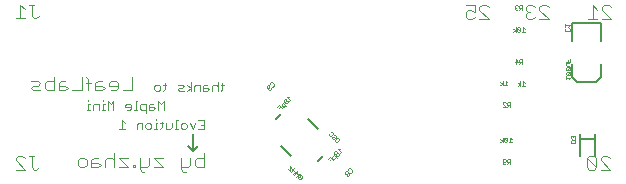
<source format=gbo>
G75*
G70*
%OFA0B0*%
%FSLAX24Y24*%
%IPPOS*%
%LPD*%
%AMOC8*
5,1,8,0,0,1.08239X$1,22.5*
%
%ADD10C,0.0040*%
%ADD11C,0.0030*%
%ADD12C,0.0080*%
%ADD13C,0.0010*%
D10*
X000566Y001401D02*
X000873Y001401D01*
X000566Y001708D01*
X000566Y001785D01*
X000643Y001862D01*
X000797Y001862D01*
X000873Y001785D01*
X001027Y001862D02*
X001180Y001862D01*
X001104Y001862D02*
X001104Y001478D01*
X001180Y001401D01*
X001257Y001401D01*
X001334Y001478D01*
X002634Y001558D02*
X002634Y001712D01*
X002711Y001788D01*
X002864Y001788D01*
X002941Y001712D01*
X002941Y001558D01*
X002864Y001481D01*
X002711Y001481D01*
X002634Y001558D01*
X003094Y001481D02*
X003324Y001481D01*
X003401Y001558D01*
X003324Y001635D01*
X003094Y001635D01*
X003094Y001712D02*
X003094Y001481D01*
X003094Y001712D02*
X003171Y001788D01*
X003324Y001788D01*
X003555Y001712D02*
X003555Y001481D01*
X003861Y001481D02*
X003861Y001942D01*
X003785Y001788D02*
X003631Y001788D01*
X003555Y001712D01*
X003785Y001788D02*
X003861Y001712D01*
X004015Y001788D02*
X004322Y001481D01*
X004015Y001481D01*
X004475Y001481D02*
X004552Y001481D01*
X004552Y001558D01*
X004475Y001558D01*
X004475Y001481D01*
X004705Y001481D02*
X004936Y001481D01*
X005012Y001558D01*
X005012Y001788D01*
X005166Y001788D02*
X005473Y001481D01*
X005166Y001481D01*
X004859Y001328D02*
X004782Y001328D01*
X004705Y001405D01*
X004705Y001788D01*
X004322Y001788D02*
X004015Y001788D01*
X005166Y001788D02*
X005473Y001788D01*
X006086Y001788D02*
X006086Y001405D01*
X006163Y001328D01*
X006240Y001328D01*
X006317Y001481D02*
X006086Y001481D01*
X006317Y001481D02*
X006393Y001558D01*
X006393Y001788D01*
X006547Y001712D02*
X006624Y001788D01*
X006854Y001788D01*
X006547Y001712D02*
X006547Y001558D01*
X006624Y001481D01*
X006854Y001481D01*
X006854Y001942D01*
X004454Y004041D02*
X004147Y004041D01*
X003993Y004118D02*
X003993Y004272D01*
X003917Y004348D01*
X003763Y004348D01*
X003686Y004272D01*
X003686Y004195D01*
X003993Y004195D01*
X003993Y004118D02*
X003917Y004041D01*
X003763Y004041D01*
X003533Y004118D02*
X003456Y004195D01*
X003226Y004195D01*
X003226Y004272D02*
X003226Y004041D01*
X003456Y004041D01*
X003533Y004118D01*
X003303Y004348D02*
X003226Y004272D01*
X003303Y004348D02*
X003456Y004348D01*
X003073Y004272D02*
X002919Y004272D01*
X002996Y004425D02*
X002996Y004041D01*
X002766Y004041D02*
X002459Y004041D01*
X002305Y004118D02*
X002229Y004195D01*
X001999Y004195D01*
X001999Y004272D02*
X001999Y004041D01*
X002229Y004041D01*
X002305Y004118D01*
X002075Y004348D02*
X001999Y004272D01*
X002075Y004348D02*
X002229Y004348D01*
X001845Y004348D02*
X001615Y004348D01*
X001538Y004272D01*
X001538Y004118D01*
X001615Y004041D01*
X001845Y004041D01*
X001845Y004502D01*
X001385Y004272D02*
X001308Y004348D01*
X001078Y004348D01*
X001308Y004195D02*
X001385Y004272D01*
X001308Y004195D02*
X001155Y004195D01*
X001078Y004118D01*
X001155Y004041D01*
X001385Y004041D01*
X002766Y004041D02*
X002766Y004502D01*
X002919Y004502D02*
X002996Y004425D01*
X004454Y004502D02*
X004454Y004041D01*
X001334Y006518D02*
X001257Y006441D01*
X001180Y006441D01*
X001104Y006518D01*
X001104Y006902D01*
X001104Y006518D01*
X001180Y006441D01*
X001257Y006441D01*
X001334Y006518D01*
X000873Y006441D02*
X000566Y006441D01*
X000873Y006441D01*
X000720Y006441D02*
X000720Y006902D01*
X000873Y006748D01*
X000720Y006902D01*
X000720Y006441D01*
X001027Y006902D02*
X001180Y006902D01*
X001027Y006902D01*
X015567Y006882D02*
X015874Y006882D01*
X015874Y006652D01*
X015721Y006728D01*
X015644Y006728D01*
X015567Y006652D01*
X015567Y006498D01*
X015644Y006421D01*
X015797Y006421D01*
X015874Y006498D01*
X016028Y006421D02*
X016334Y006421D01*
X016028Y006728D01*
X016028Y006805D01*
X016104Y006882D01*
X016258Y006882D01*
X016334Y006805D01*
X017567Y006805D02*
X017567Y006728D01*
X017644Y006652D01*
X017567Y006575D01*
X017567Y006498D01*
X017644Y006421D01*
X017797Y006421D01*
X017874Y006498D01*
X018028Y006421D02*
X018334Y006421D01*
X018028Y006728D01*
X018028Y006805D01*
X018104Y006882D01*
X018258Y006882D01*
X018334Y006805D01*
X017874Y006805D02*
X017797Y006882D01*
X017644Y006882D01*
X017567Y006805D01*
X017644Y006652D02*
X017721Y006652D01*
X019647Y006421D02*
X019954Y006421D01*
X019801Y006421D02*
X019801Y006882D01*
X019954Y006728D01*
X020108Y006728D02*
X020108Y006805D01*
X020184Y006882D01*
X020338Y006882D01*
X020414Y006805D01*
X020108Y006728D02*
X020414Y006421D01*
X020108Y006421D01*
X020144Y001862D02*
X020297Y001862D01*
X020374Y001785D01*
X020144Y001862D02*
X020067Y001785D01*
X020067Y001708D01*
X020374Y001401D01*
X020067Y001401D01*
X019913Y001478D02*
X019606Y001785D01*
X019606Y001478D01*
X019683Y001401D01*
X019837Y001401D01*
X019913Y001478D01*
X019913Y001785D01*
X019837Y001862D01*
X019683Y001862D01*
X019606Y001785D01*
D11*
X007499Y004230D02*
X007402Y004230D01*
X007450Y004278D02*
X007450Y004085D01*
X007402Y004036D01*
X007302Y004036D02*
X007302Y004327D01*
X007254Y004230D02*
X007157Y004230D01*
X007109Y004182D01*
X007109Y004036D01*
X007008Y004085D02*
X006959Y004133D01*
X006814Y004133D01*
X006814Y004182D02*
X006814Y004036D01*
X006959Y004036D01*
X007008Y004085D01*
X006863Y004230D02*
X006814Y004182D01*
X006863Y004230D02*
X006959Y004230D01*
X006713Y004230D02*
X006568Y004230D01*
X006520Y004182D01*
X006520Y004036D01*
X006418Y004036D02*
X006418Y004327D01*
X006273Y004230D02*
X006418Y004133D01*
X006273Y004036D01*
X006173Y004036D02*
X006028Y004036D01*
X005979Y004085D01*
X006028Y004133D01*
X006124Y004133D01*
X006173Y004182D01*
X006124Y004230D01*
X005979Y004230D01*
X005584Y004230D02*
X005487Y004230D01*
X005535Y004278D02*
X005535Y004085D01*
X005487Y004036D01*
X005387Y004085D02*
X005387Y004182D01*
X005339Y004230D01*
X005242Y004230D01*
X005194Y004182D01*
X005194Y004085D01*
X005242Y004036D01*
X005339Y004036D01*
X005387Y004085D01*
X005305Y003687D02*
X005305Y003396D01*
X005204Y003445D02*
X005156Y003493D01*
X005011Y003493D01*
X005011Y003542D02*
X005011Y003396D01*
X005156Y003396D01*
X005204Y003445D01*
X005059Y003590D02*
X005011Y003542D01*
X005059Y003590D02*
X005156Y003590D01*
X005305Y003687D02*
X005402Y003590D01*
X005499Y003687D01*
X005499Y003396D01*
X004909Y003396D02*
X004764Y003396D01*
X004716Y003445D01*
X004716Y003542D01*
X004764Y003590D01*
X004909Y003590D01*
X004909Y003300D01*
X004615Y003396D02*
X004518Y003396D01*
X004566Y003396D02*
X004566Y003687D01*
X004615Y003687D01*
X004418Y003542D02*
X004370Y003590D01*
X004273Y003590D01*
X004225Y003542D01*
X004225Y003493D01*
X004418Y003493D01*
X004418Y003445D02*
X004418Y003542D01*
X004418Y003445D02*
X004370Y003396D01*
X004273Y003396D01*
X003829Y003396D02*
X003829Y003687D01*
X003732Y003590D01*
X003636Y003687D01*
X003636Y003396D01*
X003534Y003396D02*
X003438Y003396D01*
X003486Y003396D02*
X003486Y003590D01*
X003534Y003590D01*
X003486Y003687D02*
X003486Y003735D01*
X003338Y003590D02*
X003193Y003590D01*
X003145Y003542D01*
X003145Y003396D01*
X003043Y003396D02*
X002947Y003396D01*
X002995Y003396D02*
X002995Y003590D01*
X003043Y003590D01*
X002995Y003687D02*
X002995Y003735D01*
X003338Y003590D02*
X003338Y003396D01*
X004110Y003047D02*
X004110Y002756D01*
X004207Y002756D02*
X004013Y002756D01*
X004207Y002950D02*
X004110Y003047D01*
X004603Y002902D02*
X004603Y002756D01*
X004603Y002902D02*
X004651Y002950D01*
X004796Y002950D01*
X004796Y002756D01*
X004897Y002805D02*
X004897Y002902D01*
X004946Y002950D01*
X005043Y002950D01*
X005091Y002902D01*
X005091Y002805D01*
X005043Y002756D01*
X004946Y002756D01*
X004897Y002805D01*
X005191Y002756D02*
X005287Y002756D01*
X005239Y002756D02*
X005239Y002950D01*
X005287Y002950D01*
X005387Y002950D02*
X005484Y002950D01*
X005435Y002998D02*
X005435Y002805D01*
X005387Y002756D01*
X005585Y002756D02*
X005585Y002950D01*
X005778Y002950D02*
X005778Y002805D01*
X005730Y002756D01*
X005585Y002756D01*
X005878Y002756D02*
X005975Y002756D01*
X005926Y002756D02*
X005926Y003047D01*
X005975Y003047D01*
X006076Y002902D02*
X006124Y002950D01*
X006221Y002950D01*
X006269Y002902D01*
X006269Y002805D01*
X006221Y002756D01*
X006124Y002756D01*
X006076Y002805D01*
X006076Y002902D01*
X006371Y002950D02*
X006467Y002756D01*
X006564Y002950D01*
X006665Y003047D02*
X006859Y003047D01*
X006859Y002756D01*
X006665Y002756D01*
X006762Y002902D02*
X006859Y002902D01*
X005239Y003047D02*
X005239Y003095D01*
X006713Y004036D02*
X006713Y004230D01*
X007254Y004230D02*
X007302Y004182D01*
D12*
X009254Y003074D02*
X009421Y003241D01*
X010312Y003074D02*
X010646Y002740D01*
X009755Y001849D02*
X009421Y002183D01*
X010646Y001682D02*
X010813Y001849D01*
X006634Y002181D02*
X006474Y002021D01*
X006314Y002181D01*
X006474Y002021D02*
X006474Y002581D01*
X019121Y004475D02*
X019121Y004908D01*
X019121Y004475D02*
X019279Y004317D01*
X019909Y004317D01*
X020066Y004475D01*
X020066Y004908D01*
X020066Y005695D02*
X020066Y006286D01*
X019121Y006286D01*
X019121Y005695D01*
X019378Y002576D02*
X019378Y002418D01*
X019890Y002418D01*
X019890Y001867D01*
X019378Y001867D02*
X019378Y002418D01*
X019890Y002418D02*
X019890Y002576D01*
D13*
X019229Y002504D02*
X019229Y002454D01*
X019204Y002429D01*
X019204Y002382D02*
X019104Y002382D01*
X019079Y002357D01*
X019079Y002282D01*
X019229Y002282D01*
X019229Y002357D01*
X019204Y002382D01*
X019154Y002479D02*
X019154Y002504D01*
X019129Y002529D01*
X019104Y002529D01*
X019079Y002504D01*
X019079Y002454D01*
X019104Y002429D01*
X019154Y002504D02*
X019179Y002529D01*
X019204Y002529D01*
X019229Y002504D01*
X017101Y002416D02*
X017051Y002467D01*
X017051Y002316D01*
X017101Y002316D02*
X017001Y002316D01*
X016954Y002341D02*
X016854Y002441D01*
X016854Y002341D01*
X016879Y002316D01*
X016929Y002316D01*
X016954Y002341D01*
X016954Y002441D01*
X016929Y002467D01*
X016879Y002467D01*
X016854Y002441D01*
X016806Y002467D02*
X016806Y002316D01*
X016806Y002366D02*
X016731Y002416D01*
X016806Y002366D02*
X016731Y002316D01*
X016831Y001742D02*
X016881Y001742D01*
X016906Y001716D01*
X016906Y001691D01*
X016881Y001666D01*
X016806Y001666D01*
X016806Y001616D02*
X016806Y001716D01*
X016831Y001742D01*
X016953Y001716D02*
X016953Y001666D01*
X016978Y001641D01*
X017053Y001641D01*
X017053Y001591D02*
X017053Y001742D01*
X016978Y001742D01*
X016953Y001716D01*
X017003Y001641D02*
X016953Y001591D01*
X016906Y001616D02*
X016881Y001591D01*
X016831Y001591D01*
X016806Y001616D01*
X016806Y003491D02*
X016906Y003491D01*
X016806Y003591D01*
X016806Y003616D01*
X016831Y003642D01*
X016881Y003642D01*
X016906Y003616D01*
X016953Y003616D02*
X016953Y003566D01*
X016978Y003541D01*
X017053Y003541D01*
X017053Y003491D02*
X017053Y003642D01*
X016978Y003642D01*
X016953Y003616D01*
X017003Y003541D02*
X016953Y003491D01*
X017311Y004196D02*
X017386Y004246D01*
X017311Y004296D01*
X017386Y004347D02*
X017386Y004196D01*
X017434Y004196D02*
X017534Y004196D01*
X017484Y004196D02*
X017484Y004347D01*
X017534Y004296D01*
X016954Y004316D02*
X016904Y004367D01*
X016904Y004216D01*
X016954Y004216D02*
X016854Y004216D01*
X016806Y004216D02*
X016806Y004367D01*
X016731Y004316D02*
X016806Y004266D01*
X016731Y004216D01*
X017236Y004921D02*
X017236Y005072D01*
X017311Y004996D01*
X017211Y004996D01*
X017359Y004996D02*
X017359Y005046D01*
X017384Y005072D01*
X017459Y005072D01*
X017459Y004921D01*
X017459Y004971D02*
X017384Y004971D01*
X017359Y004996D01*
X017409Y004971D02*
X017359Y004921D01*
X018914Y004876D02*
X018914Y004951D01*
X019014Y004951D01*
X018989Y004998D02*
X018989Y005049D01*
X019064Y004998D02*
X019064Y005099D01*
X019064Y004998D02*
X018914Y004998D01*
X018914Y004876D02*
X018939Y004851D01*
X019014Y004851D01*
X019039Y004804D02*
X018939Y004704D01*
X018914Y004729D01*
X018914Y004779D01*
X018939Y004804D01*
X019039Y004804D01*
X019064Y004779D01*
X019064Y004729D01*
X019039Y004704D01*
X018939Y004704D01*
X018939Y004657D02*
X018914Y004632D01*
X018914Y004581D01*
X018939Y004556D01*
X019039Y004657D01*
X018939Y004657D01*
X019039Y004657D02*
X019064Y004632D01*
X019064Y004581D01*
X019039Y004556D01*
X018939Y004556D01*
X018914Y004509D02*
X018914Y004409D01*
X018914Y004459D02*
X019064Y004459D01*
X019014Y004409D01*
X019020Y006012D02*
X018920Y006012D01*
X018895Y006037D01*
X018895Y006087D01*
X018920Y006112D01*
X018895Y006159D02*
X018895Y006259D01*
X018895Y006209D02*
X019045Y006209D01*
X018995Y006159D01*
X019020Y006112D02*
X019045Y006087D01*
X019045Y006037D01*
X019020Y006012D01*
X017534Y005996D02*
X017434Y005996D01*
X017484Y005996D02*
X017484Y006147D01*
X017534Y006096D01*
X017386Y006121D02*
X017386Y006021D01*
X017286Y006121D01*
X017286Y006021D01*
X017311Y005996D01*
X017361Y005996D01*
X017386Y006021D01*
X017386Y006121D02*
X017361Y006147D01*
X017311Y006147D01*
X017286Y006121D01*
X017239Y006147D02*
X017239Y005996D01*
X017239Y006046D02*
X017164Y006096D01*
X017239Y006046D02*
X017164Y005996D01*
X017236Y006721D02*
X017286Y006721D01*
X017311Y006746D01*
X017359Y006721D02*
X017409Y006771D01*
X017384Y006771D02*
X017459Y006771D01*
X017459Y006721D02*
X017459Y006872D01*
X017384Y006872D01*
X017359Y006846D01*
X017359Y006796D01*
X017384Y006771D01*
X017311Y006846D02*
X017286Y006872D01*
X017236Y006872D01*
X017211Y006846D01*
X017211Y006821D01*
X017236Y006796D01*
X017211Y006771D01*
X017211Y006746D01*
X017236Y006721D01*
X017236Y006796D02*
X017261Y006796D01*
X009765Y003764D02*
X009695Y003693D01*
X009730Y003728D02*
X009624Y003834D01*
X009695Y003834D01*
X009591Y003730D02*
X009573Y003748D01*
X009537Y003748D01*
X009502Y003713D01*
X009502Y003677D01*
X009520Y003659D01*
X009555Y003659D01*
X009591Y003695D01*
X009591Y003730D01*
X009591Y003695D02*
X009626Y003695D01*
X009644Y003677D01*
X009644Y003642D01*
X009608Y003606D01*
X009573Y003606D01*
X009555Y003624D01*
X009555Y003659D01*
X009486Y003626D02*
X009433Y003573D01*
X009433Y003538D01*
X009469Y003502D01*
X009504Y003502D01*
X009557Y003555D01*
X009593Y003520D02*
X009486Y003626D01*
X009400Y003504D02*
X009365Y003469D01*
X009453Y003451D02*
X009347Y003557D01*
X009276Y003486D01*
X009043Y004066D02*
X009007Y004066D01*
X008936Y004137D01*
X008936Y004172D01*
X008972Y004208D01*
X009007Y004208D01*
X009025Y004190D01*
X009025Y004154D01*
X008972Y004101D01*
X009043Y004066D02*
X009078Y004101D01*
X009078Y004137D01*
X009111Y004170D02*
X009147Y004170D01*
X009182Y004206D01*
X009182Y004241D01*
X009111Y004312D01*
X009076Y004312D01*
X009041Y004276D01*
X009041Y004241D01*
X011081Y002659D02*
X011116Y002659D01*
X011151Y002624D01*
X011151Y002588D01*
X011081Y002518D01*
X011045Y002518D01*
X011010Y002553D01*
X011010Y002588D01*
X011114Y002484D02*
X011114Y002449D01*
X011149Y002413D01*
X011185Y002413D01*
X011218Y002380D02*
X011289Y002451D01*
X011324Y002451D01*
X011360Y002415D01*
X011360Y002380D01*
X011289Y002309D01*
X011253Y002309D01*
X011218Y002345D01*
X011218Y002380D01*
X011202Y002466D02*
X011167Y002502D01*
X011132Y002502D01*
X011114Y002484D01*
X011202Y002466D02*
X011238Y002467D01*
X011255Y002484D01*
X011256Y002520D01*
X011220Y002555D01*
X011185Y002555D01*
X011316Y002093D02*
X011422Y001987D01*
X011387Y001952D02*
X011458Y002023D01*
X011387Y002093D02*
X011316Y002093D01*
X011265Y002007D02*
X011230Y002007D01*
X011194Y001971D01*
X011194Y001936D01*
X011212Y001918D01*
X011248Y001918D01*
X011283Y001954D01*
X011283Y001989D01*
X011265Y002007D01*
X011283Y001954D02*
X011318Y001954D01*
X011336Y001936D01*
X011336Y001901D01*
X011301Y001865D01*
X011265Y001865D01*
X011248Y001883D01*
X011248Y001918D01*
X011179Y001885D02*
X011126Y001832D01*
X011126Y001797D01*
X011161Y001761D01*
X011196Y001761D01*
X011250Y001814D01*
X011285Y001779D02*
X011179Y001885D01*
X011092Y001763D02*
X011057Y001728D01*
X011145Y001710D02*
X011039Y001816D01*
X010969Y001745D01*
X011656Y001408D02*
X011691Y001443D01*
X011727Y001443D01*
X011797Y001372D01*
X011797Y001337D01*
X011762Y001302D01*
X011727Y001301D01*
X011693Y001268D02*
X011676Y001286D01*
X011640Y001286D01*
X011605Y001250D01*
X011605Y001215D01*
X011623Y001197D01*
X011658Y001197D01*
X011693Y001233D01*
X011693Y001268D01*
X011640Y001286D02*
X011640Y001321D01*
X011623Y001339D01*
X011587Y001339D01*
X011552Y001304D01*
X011552Y001268D01*
X011569Y001250D01*
X011605Y001250D01*
X011656Y001372D02*
X011656Y001408D01*
X010122Y001178D02*
X010087Y001213D01*
X010051Y001213D01*
X010034Y001196D01*
X010034Y001160D01*
X010069Y001125D01*
X010105Y001125D01*
X010122Y001143D01*
X010122Y001178D01*
X010069Y001125D02*
X010069Y001090D01*
X010051Y001072D01*
X010016Y001072D01*
X009981Y001107D01*
X009981Y001143D01*
X009998Y001160D01*
X010034Y001160D01*
X009930Y001158D02*
X010036Y001264D01*
X009965Y001264D01*
X009965Y001335D01*
X009859Y001229D01*
X009825Y001262D02*
X009932Y001369D01*
X009879Y001316D02*
X009808Y001386D01*
X009792Y001437D02*
X009721Y001508D01*
X009721Y001367D01*
X009651Y001437D01*
X009755Y001333D02*
X009861Y001439D01*
M02*

</source>
